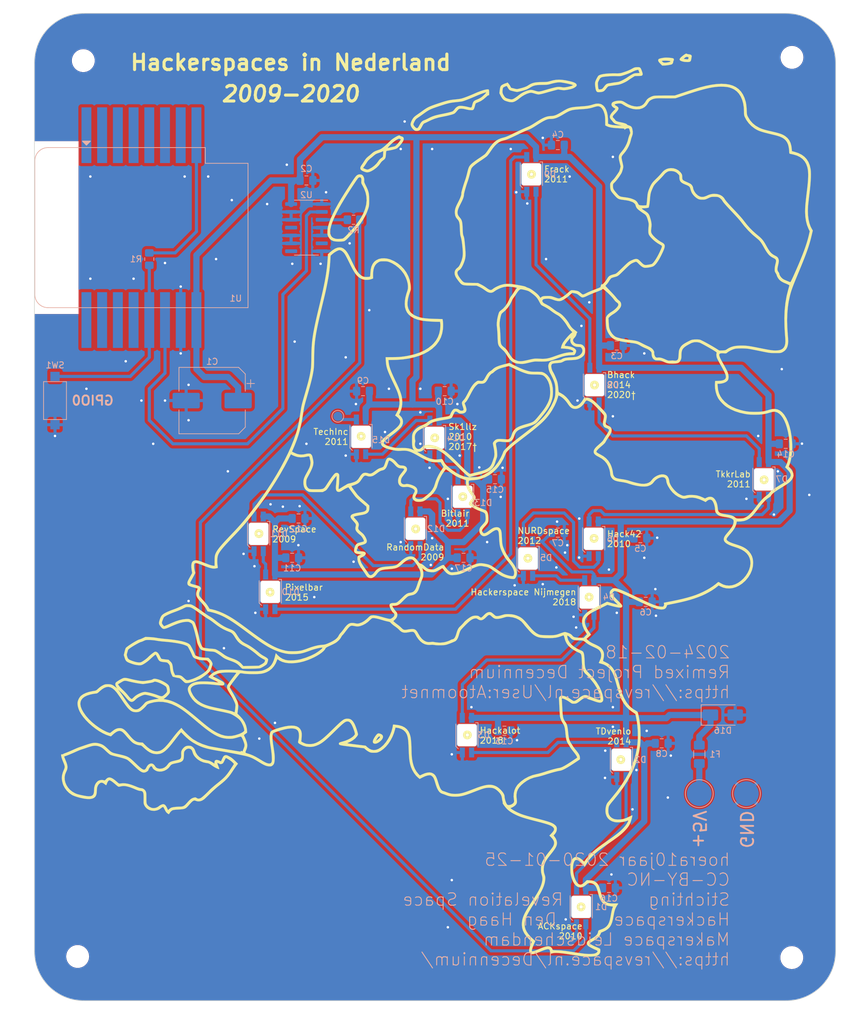
<source format=kicad_pcb>
(kicad_pcb (version 20221018) (generator pcbnew)
  (title_block (title "Project Decennium") (date "2024-02-18") (company "https://github.com/atoomnetmarc/Project-Decennium") (comment 1 "CC-BY-NC"))
  (layers (0 "F.Cu" signal) (31 "B.Cu" signal) (34 "B.Paste" user) (35 "F.Paste" user) (36 "B.SilkS" user "B.Silkscreen") (37 "F.SilkS" user "F.Silkscreen") (38 "B.Mask" user) (39 "F.Mask" user) (44 "Edge.Cuts" user))
  (net 0 "")
  (net 1 "GND")
  (net 2 "+5V")
  (net 3 "+3.3V")
  (net 15 "DOUT_3V")
  (net 16 "DOUT")
  (net 17 "Net-(D12-DOUT)")
  (net 18 "Net-(D13-DOUT)")
  (net 19 "Net-(D10-DIN)")
  (net 23 "Net-(U1-D3)")
  (net 24 "Net-(D10-DOUT)")
  (net 25 "Net-(D1-DOUT)")
  (net 26 "Net-(D11-DOUT)")
  (net 27 "Net-(D3-DOUT)")
  (net 28 "Net-(D2-DOUT)")
  (net 29 "Net-(D4-DOUT)")
  (net 30 "Net-(D5-DOUT)")
  (net 31 "Net-(D6-DOUT)")
  (net 32 "Net-(D7-DOUT)")
  (net 33 "Net-(D8-DOUT)")
  (net 34 "Net-(D14-DOUT)")
  (net 35 "Net-(R2-Pad1)")
  (net 36 "Net-(F1-Pad1)")
  (net 37 "Net-(D15-DOUT)")
  (footprint "hsnl:hsnl" (layer "F.Cu") (at 96.9899 108.6358)
    (fp_text reference "Ref**" hide)
    (fp_text value "Val**" hide)
    (fp_line (start -64.750532 -71.77547) (end -64.740201 -72.187069) (stroke (width 0.1)) (layer "Edge.Cuts"))
    (fp_line (start -64.750532 71.775465) (end -64.750532 -71.77547) (stroke (width 0.1)) (layer "Edge.Cuts"))
    (fp_line (start -64.740201 -72.187069) (end -64.709538 -72.593127) (stroke (width 0.1)) (layer "Edge.Cuts"))
    (fp_line (start -64.740201 72.187063) (end -64.750532 71.775465) (stroke (width 0.1)) (layer "Edge.Cuts"))
    (fp_line (start -64.709538 -72.593127) (end -64.659035 -72.993152) (stroke (width 0.1)) (layer "Edge.Cuts"))
    (fp_line (start -64.709538 72.593122) (end -64.740201 72.187063) (stroke (width 0.1)) (layer "Edge.Cuts"))
    (fp_line (start -64.659035 -72.993152) (end -64.589185 -73.386649) (stroke (width 0.1)) (layer "Edge.Cuts"))
    (fp_line (start -64.659035 72.993146) (end -64.709538 72.593122) (stroke (width 0.1)) (layer "Edge.Cuts"))
    (fp_line (start -64.589185 -73.386649) (end -64.500482 -73.773125) (stroke (width 0.1)) (layer "Edge.Cuts"))
    (fp_line (start -64.589185 73.386643) (end -64.659035 72.993146) (stroke (width 0.1)) (layer "Edge.Cuts"))
    (fp_line (start -64.500482 -73.773125) (end -64.39342 -74.152086) (stroke (width 0.1)) (layer "Edge.Cuts"))
    (fp_line (start -64.500482 73.77312) (end -64.589185 73.386643) (stroke (width 0.1)) (layer "Edge.Cuts"))
    (fp_line (start -64.39342 -74.152086) (end -64.268491 -74.52304) (stroke (width 0.1)) (layer "Edge.Cuts"))
    (fp_line (start -64.39342 74.152081) (end -64.500482 73.77312) (stroke (width 0.1)) (layer "Edge.Cuts"))
    (fp_line (start -64.268491 -74.52304) (end -64.126188 -74.885491) (stroke (width 0.1)) (layer "Edge.Cuts"))
    (fp_line (start -64.268491 74.523034) (end -64.39342 74.152081) (stroke (width 0.1)) (layer "Edge.Cuts"))
    (fp_line (start -64.126188 -74.885491) (end -63.967005 -75.238948) (stroke (width 0.1)) (layer "Edge.Cuts"))
    (fp_line (start -64.126188 74.885486) (end -64.268491 74.523034) (stroke (width 0.1)) (layer "Edge.Cuts"))
    (fp_line (start -63.967005 -75.238948) (end -63.791435 -75.582915) (stroke (width 0.1)) (layer "Edge.Cuts"))
    (fp_line (start -63.967005 75.238942) (end -64.126188 74.885486) (stroke (width 0.1)) (layer "Edge.Cuts"))
    (fp_line (start -63.791435 -75.582915) (end -63.599971 -75.9169) (stroke (width 0.1)) (layer "Edge.Cuts"))
    (fp_line (start -63.791435 75.582909) (end -63.967005 75.238942) (stroke (width 0.1)) (layer "Edge.Cuts"))
    (fp_line (start -63.599971 -75.9169) (end -63.393106 -76.240409) (stroke (width 0.1)) (layer "Edge.Cuts"))
    (fp_line (start -63.599971 75.916894) (end -63.791435 75.582909) (stroke (width 0.1)) (layer "Edge.Cuts"))
    (fp_line (start -63.393106 -76.240409) (end -63.171334 -76.552948) (stroke (width 0.1)) (layer "Edge.Cuts"))
    (fp_line (start -63.393106 76.240403) (end -63.599971 75.916894) (stroke (width 0.1)) (layer "Edge.Cuts"))
    (fp_line (start -63.171334 -76.552948) (end -62.935148 -76.854025) (stroke (width 0.1)) (layer "Edge.Cuts"))
    (fp_line (start -63.171334 76.552943) (end -63.393106 76.240403) (stroke (width 0.1)) (layer "Edge.Cuts"))
    (fp_line (start -62.935148 -76.854025) (end -62.685041 -77.143144) (stroke (width 0.1)) (layer "Edge.Cuts"))
    (fp_line (start -62.935148 76.854019) (end -63.171334 76.552943) (stroke (width 0.1)) (layer "Edge.Cuts"))
    (fp_line (start -62.685041 -77.143144) (end -62.421506 -77.419813) (stroke (width 0.1)) (layer "Edge.Cuts"))
    (fp_line (start -62.685041 77.143138) (end -62.935148 76.854019) (stroke (width 0.1)) (layer "Edge.Cuts"))
    (fp_line (start -62.421506 -77.419813) (end -62.145036 -77.683539) (stroke (width 0.1)) (layer "Edge.Cuts"))
    (fp_line (start -62.421506 77.419807) (end -62.685041 77.143138) (stroke (width 0.1)) (layer "Edge.Cuts"))
    (fp_line (start -62.145036 -77.683539) (end -61.856126 -77.933826) (stroke (width 0.1)) (layer "Edge.Cuts"))
    (fp_line (start -62.145036 77.683532) (end -62.421506 77.419807) (stroke (width 0.1)) (layer "Edge.Cuts"))
    (fp_line (start -61.856126 -77.933826) (end -61.555267 -78.170183) (stroke (width 0.1)) (layer "Edge.Cuts"))
    (fp_line (start -61.856126 77.93382) (end -62.145036 77.683532) (stroke (width 0.1)) (layer "Edge.Cuts"))
    (fp_line (start -61.555267 -78.170183) (end -61.242953 -78.392115) (stroke (width 0.1)) (layer "Edge.Cuts"))
    (fp_line (start -61.555267 78.170177) (end -61.856126 77.93382) (stroke (width 0.1)) (layer "Edge.Cuts"))
    (fp_line (start -61.242953 -78.392115) (end -60.919678 -78.599129) (stroke (width 0.1)) (layer "Edge.Cuts"))
    (fp_line (start -61.242953 78.392109) (end -61.555267 78.170177) (stroke (width 0.1)) (layer "Edge.Cuts"))
    (fp_line (start -60.919678 -78.599129) (end -60.585934 -78.790732) (stroke (width 0.1)) (layer "Edge.Cuts"))
    (fp_line (start -60.919678 78.599123) (end -61.242953 78.392109) (stroke (width 0.1)) (layer "Edge.Cuts"))
    (fp_line (start -60.585934 -78.790732) (end -60.242215 -78.966429) (stroke (width 0.1)) (layer "Edge.Cuts"))
    (fp_line (start -60.585934 78.790725) (end -60.919678 78.599123) (stroke (width 0.1)) (layer "Edge.Cuts"))
    (fp_line (start -60.242215 -78.966429) (end -59.889013 -79.125727) (stroke (width 0.1)) (layer "Edge.Cuts"))
    (fp_line (start -60.242215 78.966422) (end -60.585934 78.790725) (stroke (width 0.1)) (layer "Edge.Cuts"))
    (fp_line (start -59.889013 -79.125727) (end -59.526823 -79.268132) (stroke (width 0.1)) (layer "Edge.Cuts"))
    (fp_line (start -59.889013 79.12572) (end -60.242215 78.966422) (stroke (width 0.1)) (layer "Edge.Cuts"))
    (fp_line (start -59.526823 -79.268132) (end -59.156138 -79.393152) (stroke (width 0.1)) (layer "Edge.Cuts"))
    (fp_line (start -59.526823 79.268125) (end -59.889013 79.12572) (stroke (width 0.1)) (layer "Edge.Cuts"))
    (fp_line (start -59.156138 -79.393152) (end -58.77745 -79.500292) (stroke (width 0.1)) (layer "Edge.Cuts"))
    (fp_line (start -59.156138 79.393145) (end -59.526823 79.268125) (stroke (width 0.1)) (layer "Edge.Cuts"))
    (fp_line (start -58.77745 -79.500292) (end -58.391253 -79.589059) (stroke (width 0.1)) (layer "Edge.Cuts"))
    (fp_line (start -58.77745 79.500284) (end -59.156138 79.393145) (stroke (width 0.1)) (layer "Edge.Cuts"))
    (fp_line (start -58.391253 -79.589059) (end -57.99804 -79.658959) (stroke (width 0.1)) (layer "Edge.Cuts"))
    (fp_line (start -58.391253 79.589051) (end -58.77745 79.500284) (stroke (width 0.1)) (layer "Edge.Cuts"))
    (fp_line (start -57.99804 -79.658959) (end -57.598304 -79.709498) (stroke (width 0.1)) (layer "Edge.Cuts"))
    (fp_line (start -57.99804 79.658951) (end -58.391253 79.589051) (stroke (width 0.1)) (layer "Edge.Cuts"))
    (fp_line (start -57.598304 -79.709498) (end -57.192539 -79.740184) (stroke (width 0.1)) (layer "Edge.Cuts"))
    (fp_line (start -57.598304 79.709491) (end -57.99804 79.658951) (stroke (width 0.1)) (layer "Edge.Cuts"))
    (fp_line (start -57.192539 -79.740184) (end -56.781238 -79.750522) (stroke (width 0.1)) (layer "Edge.Cuts"))
    (fp_line (start -57.192539 79.740176) (end -57.598304 79.709491) (stroke (width 0.1)) (layer "Edge.Cuts"))
    (fp_line (start -56.781238 -79.750522) (end -56.781238 -79.750522) (stroke (width 0.1)) (layer "Edge.Cuts"))
    (fp_line (start -56.781238 -79.750522) (end -56.781238 -79.750522) (stroke (width 0.1)) (layer "Edge.Cuts"))
    (fp_line (start -56.781238 -79.750522) (end 56.781222 -79.750522) (stroke (width 0.1)) (layer "Edge.Cuts"))
    (fp_line (start -56.781238 79.750515) (end -57.192539 79.740176) (stroke (width 0.1)) (layer "Edge.Cuts"))
    (fp_line (start 56.781222 -79.750522) (end 57.192524 -79.740184) (stroke (width 0.1)) (layer "Edge.Cuts"))
    (fp_line (start 56.781222 79.750515) (end -56.781238 79.750515) (stroke (width 0.1)) (layer "Edge.Cuts"))
    (fp_line (start 57.192524 -79.740184) (end 57.598289 -79.709498) (stroke (width 0.1)) (layer "Edge.Cuts"))
    (fp_line (start 57.192524 79.740176) (end 56.781222 79.750515) (stroke (width 0.1)) (layer "Edge.Cuts"))
    (fp_line (start 57.598289 -79.709498) (end 57.998025 -79.658959) (stroke (width 0.1)) (layer "Edge.Cuts"))
    (fp_line (start 57.598289 79.709491) (end 57.192524 79.740176) (stroke (width 0.1)) (layer "Edge.Cuts"))
    (fp_line (start 57.998025 -79.658959) (end 58.391238 -79.589059) (stroke (width 0.1)) (layer "Edge.Cuts"))
    (fp_line (start 57.998025 79.658951) (end 57.598289 79.709491) (stroke (width 0.1)) (layer "Edge.Cuts"))
    (fp_line (start 58.391238 -79.589059) (end 58.777435 -79.500292) (stroke (width 0.1)) (layer "Edge.Cuts"))
    (fp_line (start 58.391238 79.589051) (end 57.998025 79.658951) (stroke (width 0.1)) (layer "Edge.Cuts"))
    (fp_line (start 58.777435 -79.500292) (end 59.156124 -79.393152) (stroke (width 0.1)) (layer "Edge.Cuts"))
    (fp_line (start 58.777435 79.500284) (end 58.391238 79.589051) (stroke (width 0.1)) (layer "Edge.Cuts"))
    (fp_line (start 59.156124 -79.393152) (end 59.526809 -79.268132) (stroke (width 0.1)) (layer "Edge.Cuts"))
    (fp_line (start 59.156124 79.393145) (end 58.777435 79.500284) (stroke (width 0.1)) (layer "Edge.Cuts"))
    (fp_line (start 59.526809 -79.268132) (end 59.888999 -79.125727) (stroke (width 0.1)) (layer "Edge.Cuts"))
    (fp_line (start 59.526809 79.268125) (end 59.156124 79.393145) (stroke (width 0.1)) (layer "Edge.Cuts"))
    (fp_line (start 59.888999 -79.125727) (end 60.242201 -78.966429) (stroke (width 0.1)) (layer "Edge.Cuts"))
    (fp_line (start 59.888999 79.12572) (end 59.526809 79.268125) (stroke (width 0.1)) (layer "Edge.Cuts"))
    (fp_line (start 60.242201 -78.966429) (end 60.58592 -78.790732) (stroke (width 0.1)) (layer "Edge.Cuts"))
    (fp_line (start 60.242201 78.966422) (end 59.888999 79.12572) (stroke (width 0.1)) (layer "Edge.Cuts"))
    (fp_line (start 60.58592 -78.790732) (end 60.919664 -78.599129) (stroke (width 0.1)) (layer "Edge.Cuts"))
    (fp_line (start 60.58592 78.790725) (end 60.242201 78.966422) (stroke (width 0.1)) (layer "Edge.Cuts"))
    (fp_line (start 60.919664 -78.599129) (end 61.24294 -78.392115) (stroke (width 0.1)) (layer "Edge.Cuts"))
    (fp_line (start 60.919664 78.599123) (end 60.58592 78.790725) (stroke (width 0.1)) (layer "Edge.Cuts"))
    (fp_line (start 61.24294 -78.392115) (end 61.555254 -78.170183) (stroke (width 0.1)) (layer "Edge.Cuts"))
    (fp_line (start 61.24294 78.392109) (end 60.919664 78.599123) (stroke (width 0.1)) (layer "Edge.Cuts"))
    (fp_line (start 61.555254 -78.170183) (end 61.856113 -77.933826) (stroke (width 0.1)) (layer "Edge.Cuts"))
    (fp_line (start 61.555254 78.170177) (end 61.24294 78.392109) (stroke (width 0.1)) (layer "Edge.Cuts"))
    (fp_line (start 61.856113 -77.933826) (end 62.145024 -77.683539) (stroke (width 0.1)) (layer "Edge.Cuts"))
    (fp_line (start 61.856113 77.93382) (end 61.555254 78.170177) (stroke (width 0.1)) (layer "Edge.Cuts"))
    (fp_line (start 62.145024 -77.683539) (end 62.421494 -77.419813) (stroke (width 0.1)) (layer "Edge.Cuts"))
    (fp_line (start 62.145024 77.683532) (end 61.856113 77.93382) (stroke (width 0.1)) (layer "Edge.Cuts"))
    (fp_line (start 62.421494 -77.419813) (end 62.685029 -77.143144) (stroke (width 0.1)) (layer "Edge.Cuts"))
    (fp_line (start 62.421494 77.419807) (end 62.145024 77.683532) (stroke (width 0.1)) (layer "Edge.Cuts"))
    (fp_line (start 62.685029 -77.143144) (end 62.935136 -76.854025) (stroke (width 0.1)) (layer "Edge.Cuts"))
    (fp_line (start 62.685029 77.143138) (end 62.421494 77.419807) (stroke (width 0.1)) (layer "Edge.Cuts"))
    (fp_line (start 62.935136 -76.854025) (end 63.171323 -76.552948) (stroke (width 0.1)) (layer "Edge.Cuts"))
    (fp_line (start 62.935136 76.854019) (end 62.685029 77.143138) (stroke (width 0.1)) (layer "Edge.Cuts"))
    (fp_line (start 63.171323 -76.552948) (end 63.393095 -76.240409) (stroke (width 0.1)) (layer "Edge.Cuts"))
    (fp_line (start 63.171323 76.552943) (end 62.935136 76.854019) (stroke (width 0.1)) (layer "Edge.Cuts"))
    (fp_line (start 63.393095 -76.240409) (end 63.59996 -75.9169) (stroke (width 0.1)) (layer "Edge.Cuts"))
    (fp_line (start 63.393095 76.240403) (end 63.171323 76.552943) (stroke (width 0.1)) (layer "Edge.Cuts"))
    (fp_line (start 63.59996 -75.9169) (end 63.791424 -75.582915) (stroke (width 0.1)) (layer "Edge.Cuts"))
    (fp_line (start 63.59996 75.916894) (end 63.393095 76.240403) (stroke (width 0.1)) (layer "Edge.Cuts"))
    (fp_line (start 63.791424 -75.582915) (end 63.966994 -75.238948) (stroke (width 0.1)) (layer "Edge.Cuts"))
    (fp_line (start 63.791424 75.582909) (end 63.59996 75.916894) (stroke (width 0.1)) (layer "Edge.Cuts"))
    (fp_line (start 63.966994 -75.238948) (end 64.126177 -74.885491) (stroke (width 0.1)) (layer "Edge.Cuts"))
    (fp_line (start 63.966994 75.238942) (end 63.791424 75.582909) (stroke (width 0.1)) (layer "Edge.Cuts"))
    (fp_line (start 64.126177 -74.885491) (end 64.26848 -74.52304) (stroke (width 0.1)) (layer "Edge.Cuts"))
    (fp_line (start 64.126177 74.885486) (end 63.966994 75.238942) (stroke (width 0.1)) (layer "Edge.Cuts"))
    (fp_line (start 64.26848 -74.52304) (end 64.39341 -74.152086) (stroke (width 0.1)) (layer "Edge.Cuts"))
    (fp_line (start 64.26848 74.523034) (end 64.126177 74.885486) (stroke (width 0.1)) (layer "Edge.Cuts"))
    (fp_line (start 64.39341 -74.152086) (end 64.500472 -73.773125) (stroke (width 0.1)) (layer "Edge.Cuts"))
    (fp_line (start 64.39341 74.152081) (end 64.26848 74.523034) (stroke (width 0.1)) (layer "Edge.Cuts"))
    (fp_line (start 64.500472 -73.773125) (end 64.589175 -73.386649) (stroke (width 0.1)) (layer "Edge.Cuts"))
    (fp_line (start 64.500472 73.77312) (end 64.39341 74.152081) (stroke (width 0.1)) (layer "Edge.Cuts"))
    (fp_line (start 64.589175 -73.386649) (end 64.659025 -72.993152) (stroke (width 0.1)) (layer "Edge.Cuts"))
    (fp_line (start 64.589175 73.386643) (end 64.500472 73.77312) (stroke (width 0.1)) (layer "Edge.Cuts"))
    (fp_line (start 64.659025 -72.993152) (end 64.709528 -72.593127) (stroke (width 0.1)) (layer "Edge.Cuts"))
    (fp_line (start 64.659025 72.993146) (end 64.589175 73.386643) (stroke (width 0.1)) (layer "Edge.Cuts"))
    (fp_line (start 64.709528 -72.593127) (end 64.740192 -72.187069) (stroke (width 0.1)) (layer "Edge.Cuts"))
    (fp_line (start 64.709528 72.593122) (end 64.659025 72.993146) (stroke (width 0.1)) (layer "Edge.Cuts"))
    (fp_line (start 64.740192 -72.187069) (end 64.750522 -71.77547) (stroke (width 0.1)) (layer "Edge.Cuts"))
    (fp_line (start 64.740192 72.187063) (end 64.709528 72.593122) (stroke (width 0.1)) (layer "Edge.Cuts"))
    (fp_line (start 64.750522 -71.77547) (end 64.750522 71.775465) (stroke (width 0.1)) (layer "Edge.Cuts"))
    (fp_line (start 64.750522 71.775465) (end 64.740192 72.187063) (stroke (width 0.1)) (layer "Edge.Cuts"))
  )
  (footprint "MountingHole:MountingHole_3.2mm_M3" (layer "F.Cu") (at 40.13708 36.52012)
    (fp_text reference "REF**" hide)
    (fp_text value "MountingHole_3.2mm_M3")
  )
  (footprint "MountingHole:MountingHole_3.2mm_M3" (layer "F.Cu") (at 154.68092 35.9918)
    (fp_text reference "REF**" hide)
    (fp_text value "MountingHole_3.2mm_M3")
  )
  (footprint "MountingHole:MountingHole_3.2mm_M3" (layer "F.Cu") (at 154.65044 181.42712)
    (fp_text reference "REF**" hide)
    (fp_text value "MountingHole_3.2mm_M3")
  )
  (footprint "MountingHole:MountingHole_3.2mm_M3" (layer "F.Cu") (at 39.22268 181.24932)
    (fp_text reference "REF**" hide)
    (fp_text value "MountingHole_3.2mm_M3")
  )
  (footprint "LED_SMD-extra:LED_SK6812MINI-E_3.2x2.8x1.78mm_P1.5mm" (layer "B.Cu") (at 93.81744 112.14608 90)
    (fp_text reference "D12")
    (fp_text value "SK6812MINI-E")
    (fp_line (start -1.8 1.2) (end -1.8 -1.2) (stroke (width 0.05)) (layer "Edge.Cuts"))
    (fp_line (start -1.4 -1.6) (end 1.4 -1.6) (stroke (width 0.05)) (layer "Edge.Cuts"))
    (fp_line (start -1.4 1.6) (end 1.4 1.6) (stroke (width 0.05)) (layer "Edge.Cuts"))
    (fp_line (start 1.8 1.2) (end 1.8 -1.2) (stroke (width 0.05)) (layer "Edge.Cuts"))
    (fp_arc (start -1.8 -1.2) (mid -1.682843 -1.482843) (end -1.4 -1.6) (stroke (width 0.05)) (layer "Edge.Cuts"))
    (fp_arc (start -1.4 1.6) (mid -1.682843 1.482843) (end -1.8 1.2) (stroke (width 0.05)) (layer "Edge.Cuts"))
    (fp_arc (start 1.4 -1.6) (mid 1.682843 -1.482843) (end 1.8 -1.2) (stroke (width 0.05)) (layer "Edge.Cuts"))
    (fp_arc (start 1.8 1.2) (mid 1.682843 1.482843) (end 1.4 1.6) (stroke (width 0.05)) (layer "Edge.Cuts"))
  )
  (footprint "LED_SMD-extra:LED_SK6812MINI-E_3.2x2.8x1.78mm_P1.5mm" (layer "B.Cu") (at 70.358 122.3391 90)
    (fp_text reference "D10")
    (fp_text value "SK6812MINI-E")
    (fp_line (start -1.8 1.2) (end -1.8 -1.2) (stroke (width 0.05)) (layer "Edge.Cuts"))
    (fp_line (start -1.4 -1.6) (end 1.4 -1.6) (stroke (width 0.05)) (layer "Edge.Cuts"))
    (fp_line (start -1.4 1.6) (end 1.4 1.6) (stroke (width 0.05)) (layer "Edge.Cuts"))
    (fp_line (start 1.8 1.2) (end 1.8 -1.2) (stroke (width 0.05)) (layer "Edge.Cuts"))
    (fp_arc (start -1.8 -1.2) (mid -1.682843 -1.482843) (end -1.4 -1.6) (stroke (width 0.05)) (layer "Edge.Cuts"))
    (fp_arc (start -1.4 1.6) (mid -1.682843 1.482843) (end -1.8 1.2) (stroke (width 0.05)) (layer "Edge.Cuts"))
    (fp_arc (start 1.4 -1.6) (mid 1.682843 -1.482843) (end 1.8 -1.2) (stroke (width 0.05)) (layer "Edge.Cuts"))
    (fp_arc (start 1.8 1.2) (mid 1.682843 1.482843) (end 1.4 1.6) (stroke (width 0.05)) (layer "Edge.Cuts"))
  )
  (footprint "LED_SMD-extra:LED_SK6812MINI-E_3.2x2.8x1.78mm_P1.5mm" (layer "B.Cu") (at 122.7591 88.9424 90)
    (fp_text reference "D8")
    (fp_text value "SK6812MINI-E")
    (fp_line (start -1.8 1.2) (end -1.8 -1.2) (stroke (width 0.05)) (layer "Edge.Cuts"))
    (fp_line (start -1.4 -1.6) (end 1.4 -1.6) (stroke (width 0.05)) (layer "Edge.Cuts"))
    (fp_line (start -1.4 1.6) (end 1.4 1.6) (stroke (width 0.05)) (layer "Edge.Cuts"))
    (fp_line (start 1.8 1.2) (end 1.8 -1.2) (stroke (width 0.05)) (layer "Edge.Cuts"))
    (fp_arc (start -1.8 -1.2) (mid -1.682843 -1.482843) (end -1.4 -1.6) (stroke (width 0.05)) (layer "Edge.Cuts"))
    (fp_arc (start -1.4 1.6) (mid -1.682843 1.482843) (end -1.8 1.2) (stroke (width 0.05)) (layer "Edge.Cuts"))
    (fp_arc (start 1.4 -1.6) (mid 1.682843 -1.482843) (end 1.8 -1.2) (stroke (width 0.05)) (layer "Edge.Cuts"))
    (fp_arc (start 1.8 1.2) (mid 1.682843 1.482843) (end 1.4 1.6) (stroke (width 0.05)) (layer "Edge.Cuts"))
  )
  (footprint "LED_SMD-extra:LED_SK6812MINI-E_3.2x2.8x1.78mm_P1.5mm" (layer "B.Cu") (at 122.6321 113.7709 90)
    (fp_text reference "D6")
    (fp_text value "SK6812MINI-E")
    (fp_line (start -1.8 1.2) (end -1.8 -1.2) (stroke (width 0.05)) (layer "Edge.Cuts"))
    (fp_line (start -1.4 -1.6) (end 1.4 -1.6) (stroke (width 0.05)) (layer "Edge.Cuts"))
    (fp_line (start -1.4 1.6) (end 1.4 1.6) (stroke (width 0.05)) (layer "Edge.Cuts"))
    (fp_line (start 1.8 1.2) (end 1.8 -1.2) (stroke (width 0.05)) (layer "Edge.Cuts"))
    (fp_arc (start -1.8 -1.2) (mid -1.682843 -1.482843) (end -1.4 -1.6) (stroke (width 0.05)) (layer "Edge.Cuts"))
    (fp_arc (start -1.4 1.6) (mid -1.682843 1.482843) (end -1.8 1.2) (stroke (width 0.05)) (layer "Edge.Cuts"))
    (fp_arc (start 1.4 -1.6) (mid 1.682843 -1.482843) (end 1.8 -1.2) (stroke (width 0.05)) (layer "Edge.Cuts"))
    (fp_arc (start 1.8 1.2) (mid 1.682843 1.482843) (end 1.4 1.6) (stroke (width 0.05)) (layer "Edge.Cuts"))
  )
  (footprint "LED_SMD-extra:LED_SK6812MINI-E_3.2x2.8x1.78mm_P1.5mm" (layer "B.Cu") (at 112.0149 116.9586 90)
    (fp_text reference "D5")
    (fp_text value "SK6812MINI-E")
    (fp_line (start -1.8 1.2) (end -1.8 -1.2) (stroke (width 0.05)) (layer "Edge.Cuts"))
    (fp_line (start -1.4 -1.6) (end 1.4 -1.6) (stroke (width 0.05)) (layer "Edge.Cuts"))
    (fp_line (start -1.4 1.6) (end 1.4 1.6) (stroke (width 0.05)) (layer "Edge.Cuts"))
    (fp_line (start 1.8 1.2) (end 1.8 -1.2) (stroke (width 0.05)) (layer "Edge.Cuts"))
    (fp_arc (start -1.8 -1.2) (mid -1.682843 -1.482843) (end -1.4 -1.6) (stroke (width 0.05)) (layer "Edge.Cuts"))
    (fp_arc (start -1.4 1.6) (mid -1.682843 1.482843) (end -1.8 1.2) (stroke (width 0.05)) (layer "Edge.Cuts"))
    (fp_arc (start 1.4 -1.6) (mid 1.682843 -1.482843) (end 1.8 -1.2) (stroke (width 0.05)) (layer "Edge.Cuts"))
    (fp_arc (start 1.8 1.2) (mid 1.682843 1.482843) (end 1.4 1.6) (stroke (width 0.05)) (layer "Edge.Cuts"))
  )
  (footprint "LED_SMD-extra:LED_SK6812MINI-E_3.2x2.8x1.78mm_P1.5mm" (layer "B.Cu") (at 102.147 145.4955 90)
    (fp_text reference "D3")
    (fp_text value "SK6812MINI-E")
    (fp_line (start -1.8 1.2) (end -1.8 -1.2) (stroke (width 0.05)) (layer "Edge.Cuts"))
    (fp_line (start -1.4 -1.6) (end 1.4 -1.6) (stroke (width 0.05)) (layer "Edge.Cuts"))
    (fp_line (start -1.4 1.6) (end 1.4 1.6) (stroke (width 0.05)) (layer "Edge.Cuts"))
    (fp_line (start 1.8 1.2) (end 1.8 -1.2) (stroke (width 0.05)) (layer "Edge.Cuts"))
    (fp_arc (start -1.8 -1.2) (mid -1.682843 -1.482843) (end -1.4 -1.6) (stroke (width 0.05)) (layer "Edge.Cuts"))
    (fp_arc (start -1.4 1.6) (mid -1.682843 1.482843) (end -1.8 1.2) (stroke (width 0.05)) (layer "Edge.Cuts"))
    (fp_arc (start 1.4 -1.6) (mid 1.682843 -1.482843) (end 1.8 -1.2) (stroke (width 0.05)) (layer "Edge.Cuts"))
    (fp_arc (start 1.8 1.2) (mid 1.682843 1.482843) (end 1.4 1.6) (stroke (width 0.05)) (layer "Edge.Cuts"))
  )
  (footprint "LED_SMD-extra:LED_SK6812MINI-E_3.2x2.8x1.78mm_P1.5mm" (layer "B.Cu") (at 96.9019 97.4641 90)
    (fp_text reference "D14")
    (fp_text value "SK6812MINI-E")
    (fp_line (start -1.8 1.2) (end -1.8 -1.2) (stroke (width 0.05)) (layer "Edge.Cuts"))
    (fp_line (start -1.4 -1.6) (end 1.4 -1.6) (stroke (width 0.05)) (layer "Edge.Cuts"))
    (fp_line (start -1.4 1.6) (end 1.4 1.6) (stroke (width 0.05)) (layer "Edge.Cuts"))
    (fp_line (start 1.8 1.2) (end 1.8 -1.2) (stroke (width 0.05)) (layer "Edge.Cuts"))
    (fp_arc (start -1.8 -1.2) (mid -1.682843 -1.482843) (end -1.4 -1.6) (stroke (width 0.05)) (layer "Edge.Cuts"))
    (fp_arc (start -1.4 1.6) (mid -1.682843 1.482843) (end -1.8 1.2) (stroke (width 0.05)) (layer "Edge.Cuts"))
    (fp_arc (start 1.4 -1.6) (mid 1.682843 -1.482843) (end 1.8 -1.2) (stroke (width 0.05)) (layer "Edge.Cuts"))
    (fp_arc (start 1.8 1.2) (mid 1.682843 1.482843) (end 1.4 1.6) (stroke (width 0.05)) (layer "Edge.Cuts"))
  )
  (footprint "LED_SMD-extra:LED_SK6812MINI-E_3.2x2.8x1.78mm_P1.5mm" (layer "B.Cu") (at 150.1394 104.17048 90)
    (fp_text reference "D7")
    (fp_text value "SK6812MINI-E")
    (fp_line (start -1.8 1.2) (end -1.8 -1.2) (stroke (width 0.05)) (layer "Edge.Cuts"))
    (fp_line (start -1.4 -1.6) (end 1.4 -1.6) (stroke (width 0.05)) (layer "Edge.Cuts"))
    (fp_line (start -1.4 1.6) (end 1.4 1.6) (stroke (width 0.05)) (layer "Edge.Cuts"))
    (fp_line (start 1.8 1.2) (end 1.8 -1.2) (stroke (width 0.05)) (layer "Edge.Cuts"))
    (fp_arc (start -1.8 -1.2) (mid -1.682843 -1.482843) (end -1.4 -1.6) (stroke (width 0.05)) (layer "Edge.Cuts"))
    (fp_arc (start -1.4 1.6) (mid -1.682843 1.482843) (end -1.8 1.2) (stroke (width 0.05)) (layer "Edge.Cuts"))
    (fp_arc (start 1.4 -1.6) (mid 1.682843 -1.482843) (end 1.8 -1.2) (stroke (width 0.05)) (layer "Edge.Cuts"))
    (fp_arc (start 1.8 1.2) (mid 1.682843 1.482843) (end 1.4 1.6) (stroke (width 0.05)) (layer "Edge.Cuts"))
  )
  (footprint "LED_SMD-extra:LED_SK6812MINI-E_3.2x2.8x1.78mm_P1.5mm" (layer "B.Cu") (at 121.92508 123.25604 90)
    (fp_text reference "D4")
    (fp_text value "SK6812MINI-E")
    (fp_line (start -1.8 1.2) (end -1.8 -1.2) (stroke (width 0.05)) (layer "Edge.Cuts"))
    (fp_line (start -1.4 -1.6) (end 1.4 -1.6) (stroke (width 0.05)) (layer "Edge.Cuts"))
    (fp_line (start -1.4 1.6) (end 1.4 1.6) (stroke (width 0.05)) (layer "Edge.Cuts"))
    (fp_line (start 1.8 1.2) (end 1.8 -1.2) (stroke (width 0.05)) (layer "Edge.Cuts"))
    (fp_arc (start -1.8 -1.2) (mid -1.682843 -1.482843) (end -1.4 -1.6) (stroke (width 0.05)) (layer "Edge.Cuts"))
    (fp_arc (start -1.4 1.6) (mid -1.682843 1.482843) (end -1.8 1.2) (stroke (width 0.05)) (layer "Edge.Cuts"))
    (fp_arc (start 1.4 -1.6) (mid 1.682843 -1.482843) (end 1.8 -1.2) (stroke (width 0.05)) (layer "Edge.Cuts"))
    (fp_arc (start 1.8 1.2) (mid 1.682843 1.482843) (end 1.4 1.6) (stroke (width 0.05)) (layer "Edge.Cuts"))
  )
  (footprint "LED_SMD-extra:LED_SK6812MINI-E_3.2x2.8x1.78mm_P1.5mm" (layer "B.Cu") (at 120.6128 173.2323 90)
    (fp_text reference "D1")
    (fp_text value "SK6812MINI-E")
    (fp_line (start -1.8 1.2) (end -1.8 -1.2) (stroke (width 0.05)) (layer "Edge.Cuts"))
    (fp_line (start -1.4 -1.6) (end 1.4 -1.6) (stroke (width 0.05)) (layer "Edge.Cuts"))
    (fp_line (start -1.4 1.6) (end 1.4 1.6) (stroke (width 0.05)) (layer "Edge.Cuts"))
    (fp_line (start 1.8 1.2) (end 1.8 -1.2) (stroke (width 0.05)) (layer "Edge.Cuts"))
    (fp_arc (start -1.8 -1.2) (mid -1.682843 -1.482843) (end -1.4 -1.6) (stroke (width 0.05)) (layer "Edge.Cuts"))
    (fp_arc (start -1.4 1.6) (mid -1.682843 1.482843) (end -1.8 1.2) (stroke (width 0.05)) (layer "Edge.Cuts"))
    (fp_arc (start 1.4 -1.6) (mid 1.682843 -1.482843) (end 1.8 -1.2) (stroke (width 0.05)) (layer "Edge.Cuts"))
    (fp_arc (start 1.8 1.2) (mid 1.682843 1.482843) (end 1.4 1.6) (stroke (width 0.05)) (layer "Edge.Cuts"))
  )
  (footprint "LED_SMD-extra:LED_SK6812MINI-E_3.2x2.8x1.78mm_P1.5mm" (layer "B.Cu") (at 85.0274 97.299 90)
    (fp_text reference "D15")
    (fp_text value "SK6812MINI-E")
    (fp_line (start -1.8 1.2) (end -1.8 -1.2) (stroke (width 0.05)) (layer "Edge.Cuts"))
    (fp_line (start -1.4 -1.6) (end 1.4 -1.6) (stroke (width 0.05)) (layer "Edge.Cuts"))
    (fp_line (start -1.4 1.6) (end 1.4 1.6) (stroke (width 0.05)) (layer "Edge.Cuts"))
    (fp_line (start 1.8 1.2) (end 1.8 -1.2) (stroke (width 0.05)) (layer "Edge.Cuts"))
    (fp_arc (start -1.8 -1.2) (mid -1.682843 -1.482843) (end -1.4 -1.6) (stroke (width 0.05)) (layer "Edge.Cuts"))
    (fp_arc (start -1.4 1.6) (mid -1.682843 1.482843) (end -1.8 1.2) (stroke (width 0.05)) (layer "Edge.Cuts"))
    (fp_arc (start 1.4 -1.6) (mid 1.682843 -1.482843) (end 1.8 -1.2) (stroke (width 0.05)) (layer "Edge.Cuts"))
    (fp_arc (start 1.8 1.2) (mid 1.682843 1.482843) (end 1.4 1.6) (stroke (width 0.05)) (layer "Edge.Cuts"))
  )
  (footprint "LED_SMD-extra:LED_SK6812MINI-E_3.2x2.8x1.78mm_P1.5mm" (layer "B.Cu") (at 68.4775 112.9708 90)
    (fp_text reference "D11")
    (fp_text value "SK6812MINI-E")
    (fp_line (start -1.8 1.2) (end -1.8 -1.2) (stroke (width 0.05)) (layer "Edge.Cuts"))
    (fp_line (start -1.4 -1.6) (end 1.4 -1.6) (stroke (width 0.05)) (layer "Edge.Cuts"))
    (fp_line (start -1.4 1.6) (end 1.4 1.6) (stroke (width 0.05)) (layer "Edge.Cuts"))
    (fp_line (start 1.8 1.2) (end 1.8 -1.2) (stroke (width 0.05)) (layer "Edge.Cuts"))
    (fp_arc (start -1.8 -1.2) (mid -1.682843 -1.482843) (end -1.4 -1.6) (stroke (width 0.05)) (layer "Edge.Cuts"))
    (fp_arc (start -1.4 1.6) (mid -1.682843 1.482843) (end -1.8 1.2) (stroke (width 0.05)) (layer "Edge.Cuts"))
    (fp_arc (start 1.4 -1.6) (mid 1.682843 -1.482843) (end 1.8 -1.2) (stroke (width 0.05)) (layer "Edge.Cuts"))
    (fp_arc (start 1.8 1.2) (mid 1.682843 1.482843) (end 1.4 1.6) (stroke (width 0.05)) (layer "Edge.Cuts"))
  )
  (footprint "LED_SMD-extra:LED_SK6812MINI-E_3.2x2.8x1.78mm_P1.5mm" (layer "B.Cu") (at 101.4485 106.9764 90)
    (fp_text reference "D13")
    (fp_text value "SK6812MINI-E")
    (fp_line (start -1.8 1.2) (end -1.8 -1.2) (stroke (width 0.05)) (layer "Edge.Cuts"))
    (fp_line (start -1.4 -1.6) (end 1.4 -1.6) (stroke (width 0.05)) (layer "Edge.Cuts"))
    (fp_line (start -1.4 1.6) (end 1.4 1.6) (stroke (width 0.05)) (layer "Edge.Cuts"))
    (fp_line (start 1.8 1.2) (end 1.8 -1.2) (stroke (width 0.05)) (layer "Edge.Cuts"))
    (fp_arc (start -1.8 -1.2) (mid -1.682843 -1.482843) (end -1.4 -1.6) (stroke (width 0.05)) (layer "Edge.Cuts"))
    (fp_arc (start -1.4 1.6) (mid -1.682843 1.482843) (end -1.8 1.2) (stroke (width 0.05)) (layer "Edge.Cuts"))
    (fp_arc (start 1.4 -1.6) (mid 1.682843 -1.482843) (end 1.8 -1.2) (stroke (width 0.05)) (layer "Edge.Cuts"))
    (fp_arc (start 1.8 1.2) (mid 1.682843 1.482843) (end 1.4 1.6) (stroke (width 0.05)) (layer "Edge.Cuts"))
  )
  (footprint "LED_SMD-extra:LED_SK6812MINI-E_3.2x2.8x1.78mm_P1.5mm" (layer "B.Cu") (at 112.5592 54.8937 90)
    (fp_text reference "D9")
    (fp_text value "SK6812MINI-E")
    (fp_line (start -1.8 1.2) (end -1.8 -1.2) (stroke (width 0.05)) (layer "Edge.Cuts"))
    (fp_line (start -1.4 -1.6) (end 1.4 -1.6) (stroke (width 0.05)) (layer "Edge.Cuts"))
    (fp_line (start -1.4 1.6) (end 1.4 1.6) (stroke (width 0.05)) (layer "Edge.Cuts"))
    (fp_line (start 1.8 1.2) (end 1.8 -1.2) (stroke (width 0.05)) (layer "Edge.Cuts"))
    (fp_arc (start -1.8 -1.2) (mid -1.682843 -1.482843) (end -1.4 -1.6) (stroke (width 0.05)) (layer "Edge.Cuts"))
    (fp_arc (start -1.4 1.6) (mid -1.682843 1.482843) (end -1.8 1.2) (stroke (width 0.05)) (layer "Edge.Cuts"))
    (fp_arc (start 1.4 -1.6) (mid 1.682843 -1.482843) (end 1.8 -1.2) (stroke (width 0.05)) (layer "Edge.Cuts"))
    (fp_arc (start 1.8 1.2) (mid 1.682843 1.482843) (end 1.4 1.6) (stroke (width 0.05)) (layer "Edge.Cuts"))
  )
  (footprint "LED_SMD-extra:LED_SK6812MINI-E_3.2x2.8x1.78mm_P1.5mm" (layer "B.Cu") (at 127.1152 149.4579 90)
    (fp_text reference "D2")
    (fp_text value "SK6812MINI-E")
    (fp_line (start -1.8 1.2) (end -1.8 -1.2) (stroke (width 0.05)) (layer "Edge.Cuts"))
    (fp_line (start -1.4 -1.6) (end 1.4 -1.6) (stroke (width 0.05)) (layer "Edge.Cuts"))
    (fp_line (start -1.4 1.6) (end 1.4 1.6) (stroke (width 0.05)) (layer "Edge.Cuts"))
    (fp_line (start 1.8 1.2) (end 1.8 -1.2) (stroke (width 0.05)) (layer "Edge.Cuts"))
    (fp_arc (start -1.8 -1.2) (mid -1.682843 -1.482843) (end -1.4 -1.6) (stroke (width 0.05)) (layer "Edge.Cuts"))
    (fp_arc (start -1.4 1.6) (mid -1.682843 1.482843) (end -1.8 1.2) (stroke (width 0.05)) (layer "Edge.Cuts"))
    (fp_arc (start 1.4 -1.6) (mid 1.682843 -1.482843) (end 1.8 -1.2) (stroke (width 0.05)) (layer "Edge.Cuts"))
    (fp_arc (start 1.8 1.2) (mid 1.682843 1.482843) (end 1.4 1.6) (stroke (width 0.05)) (layer "Edge.Cuts"))
  )
  (footprint "hsnl:revspace_logo" (layer "B.Cu") (at 71.12 173.22292 180)
    (fp_text reference "Ref**" hide)
    (fp_text value "Val**" hide)
  )
  (footprint "Capacitor_SMD:C_0805_2012Metric_Pad1.18x1.45mm_HandSolder" (layer "B.Cu") (at 153.67 98.425)
    (fp_text reference "C14")
    (fp_text value "100n")
  )
  (footprint "Capacitor_SMD:C_0805_2012Metric_Pad1.18x1.45mm_HandSolder" (layer "B.Cu") (at 133.6255 146.812)
    (fp_text reference "C8")
    (fp_text value "100n")
  )
  (footprint "Fuse:Fuse_1206_3216Metric_Pad1.42x1.75mm_HandSolder" (layer "B.Cu") (at 139.7 148.59 90)
    (fp_text reference "F1")
    (fp_text value "0.25A polyfuse")
  )
  (footprint "Capacitor_SMD:C_0805_2012Metric_Pad1.18x1.45mm_HandSolder" (layer "B.Cu") (at 116.84 112.776)
    (fp_text reference "C7")
    (fp_text value "100n")
  )
  (footprint "Capacitor_SMD:C_0805_2012Metric_Pad1.18x1.45mm_HandSolder" (layer "B.Cu") (at 130.175 113.665)
    (fp_text reference "C5")
    (fp_text value "100n")
  )
  (footprint "Resistor_SMD:R_0805_2012Metric_Pad1.20x1.40mm_HandSolder" (layer "B.Cu") (at 50.8 68.58 90)
    (fp_text reference "R1")
    (fp_text value "10K")
  )
  (footprint "Capacitor_SMD:CP_Elec_10x10.5" (layer "B.Cu") (at 60.96 91.44 180)
    (fp_text reference "C1")
    (fp_text value "16V 470uF")
  )
  (footprint "Capacitor_SMD:C_0805_2012Metric_Pad1.18x1.45mm_HandSolder" (layer "B.Cu") (at 73.8925 116.84)
    (fp_text reference "C11")
    (fp_text value "100n")
  )
  (footprint "Capacitor_SMD:C_0805_2012Metric_Pad1.18x1.45mm_HandSolder" (layer "B.Cu") (at 125.095 170.18)
    (fp_text reference "C16")
    (fp_text value "100n")
  )
  (footprint "Capacitor_SMD:C_0805_2012Metric_Pad1.18x1.45mm_HandSolder" (layer "B.Cu") (at 76.2 55.88)
    (fp_text reference "C2")
    (fp_text value "100n")
  )
  (footprint "Capacitor_SMD:C_0805_2012Metric_Pad1.18x1.45mm_HandSolder" (layer "B.Cu") (at 98.552 89.916)
    (fp_text reference "C10")
    (fp_text value "100n")
  )
  (footprint "Resistor_SMD:R_0805_2012Metric_Pad1.20x1.40mm_HandSolder" (layer "B.Cu") (at 83.82 62.23)
    (fp_text reference "R2")
    (fp_text value "100R")
  )
  (footprint "Button_Switch_SMD:SW_SPST_CK_RS282G05A3" (layer "B.Cu") (at 35.56 91.44 90)
    (fp_text reference "SW1")
    (fp_text value "SW_Push")
  )
  (footprint "Package_SO:SOIC-14_3.9x8.7mm_P1.27mm" (layer "B.Cu") (at 76.2 63.5 180)
    (fp_text reference "U2")
    (fp_text value "74AHCT125D")
  )
  (footprint "TestPoint:TestPoint_Pad_D4.0mm" (layer "B.Cu") (at 139.7 154.94 180)
    (fp_text reference "TP1" hide)
    (fp_text value "TestPoint")
  )
  (footprint "Capacitor_SMD:C_0805_2012Metric_Pad1.18x1.45mm_HandSolder" (layer "B.Cu") (at 106.68 104.14)
    (fp_text reference "C15")
    (fp_text value "100n")
  )
  (footprint "Module-extra:WEMOS_D1_mini_smt_hack" (layer "B.Cu") (at 40.64 52.07 -90)
    (fp_text reference "U1")
    (fp_text value "Wemos D1 mini usb-c")
  )
  (footprint "TestPoint:TestPoint_Pad_D1.5mm" (layer "B.Cu") (at 81.28 93.98 180)
    (fp_text reference "TP3" hide)
    (fp_text value "TestPoint")
  )
  (footprint "Capacitor_SMD:C_0805_2012Metric_Pad1.18x1.45mm_HandSolder" (layer "B.Cu") (at 131.0425 123.952)
    (fp_text reference "C6")
    (fp_text value "100n")
  )
  (footprint "Diode_SMD:D_SMA" (layer "B.Cu") (at 143.51 142.24)
    (fp_text reference "D16")
    (fp_text value "SS34")
  )
  (footprint "Capacitor_SMD:C_0805_2012Metric_Pad1.18x1.45mm_HandSolder" (layer "B.Cu") (at 116.84 50.165 180)
    (fp_text reference "C4")
    (fp_text value "100n")
  )
  (footprint "Capacitor_SMD:C_0805_2012Metric_Pad1.18x1.45mm_HandSolder" (layer "B.Cu") (at 101.6 116.84)
    (fp_text reference "C17")
    (fp_text value "100n")
  )
  (footprint "Capacitor_SMD:C_0805_2012Metric_Pad1.18x1.45mm_HandSolder" (layer "B.Cu") (at 74.93 110.49)
    (fp_text reference "C12")
    (fp_text value "100n")
  )
  (footprint "Capacitor_SMD:C_0805_2012Metric_Pad1.18x1.45mm_HandSolder" (layer "B.Cu") (at 85.344 89.916 180)
    (fp_text reference "C9")
    (fp_text value "100n")
  )
  (footprint "Capacitor_SMD:C_0805_2012Metric_Pad1.18x1.45mm_HandSolder" (layer "B.Cu") (at 126.365 82.55)
    (fp_text reference "C3")
    (fp_text value "100n")
  )
  (footprint "Capacitor_SMD:C_0805_2012Metric_Pad1.18x1.45mm_HandSolder" (layer "B.Cu") (at 108.204 144.78)
    (fp_text reference "C13")
    (fp_text value "100n")
  )
  (footprint "TestPoint:TestPoint_Pad_D4.0mm" (layer "B.Cu") (at 147.32 154.94 180)
    (fp_text reference "TP2" hide)
    (fp_text value "TestPoint")
  )
  (gr_text "GPIO0" (at 38.1 91.44) (layer "B.SilkS") (effects (font (size 1.5 1.5) (thickness 0.3) bold) (justify right mirror)))
  (gr_text "GND" (at 147.32 157.48 270) (layer "B.SilkS") (effects (font (size 2 2) (thickness 0.3)) (justify right mirror)))
  (gr_text "hoera10jaar 2020-01-25\nCC-BY-NC\nStichting         Revelation Space\nHackerspace      Den Haag\nMakerspace Leidschendam\nhttps://revspace.nl/Decennium/\n" (at 144.78 182.88) (layer "B.SilkS") (effects (font (size 2 2)) (justify left bottom mirror)))
  (gr_text "+5V" (at 139.7 157.48 -90) (layer "B.SilkS") (effects (font (size 2 2) (thickness 0.3)) (justify right mirror)))
  (gr_text "2024-02-18\nRemixed Project Decennium\nhttps://revspace.nl/User:Atoomnet" (at 144.78 139.7) (layer "B.SilkS") (effects (font (size 2 2)) (justify left bottom mirror)))
  (gr_text "RevSpace\n2009" (at 70.612 113.03) (layer "F.SilkS") (effects (font (size 1 1)) (justify left)))
  (gr_text "Hack42\n2010" (at 124.714 113.792) (layer "F.SilkS") (effects (font (size 1 1)) (justify left)))
  (gr_text "Hackalot\n2018" (at 104.14 145.542) (layer "F.SilkS") (effects (font (size 1 1)) (justify left)))
  (gr_text "Hackerspaces in Nederland" (at 73.66 36.83) (layer "F.SilkS") (effects (font (size 2.5 2.5) (thickness 0.5) bold)))
  (gr_text "TkkrLab\n2011" (at 148.082 104.14) (layer "F.SilkS") (effects (font (size 1 1)) (justify right)))
  (gr_text "Frack\n2011" (at 114.554 54.864) (layer "F.SilkS") (effects (font (size 1 1)) (justify left)))
  (gr_text "Hackerspace Nijmegen\n2018" (at 119.888 123.19) (layer "F.SilkS") (effects (font (size 1 1)) (justify right)))
  (gr_text "Pixelbar\n2015" (at 72.644 122.428) (layer "F.SilkS") (effects (font (size 1 1)) (justify left)))
  (gr_text "ACKspace\n2010" (at 120.904 175.768) (layer "F.SilkS") (effects (font (size 1 1)) (justify right top)))
  (gr_text "Sk1llz\n2010\n2017†" (at 99.06 97.282) (layer "F.SilkS") (effects (font (size 1 1)) (justify left)))
  (gr_text "NURDspace\n2012" (at 110.236 113.284) (layer "F.SilkS") (effects (font (size 1 1)) (justify left)))
  (gr_text "2009-2020" (at 73.66 41.91) (layer "F.SilkS") (effects (font (size 2.5 2.5) (thickness 0.5) bold italic)))
  (gr_text "RandomData\n2009" (at 98.552 114.554) (layer "F.SilkS") (effects (font (size 1 1)) (justify right top)))
  (gr_text "Bhack\n2014\n2020†" (at 124.714 88.9) (layer "F.SilkS") (effects (font (size 1 1)) (justify left)))
  (gr_text "Bitlair\n2011" (at 102.616 109.093) (layer "F.SilkS") (effects (font (size 1 1)) (justify right top)))
  (gr_text "TechInc\n2011" (at 83.058 97.282) (layer "F.SilkS") (effects (font (size 1 1)) (justify right)))
  (gr_text "TDvenlo\n2014" (at 128.778 147.066) (layer "F.SilkS") (effects (font (size 1 1)) (justify right bottom)))
  (via (at 73.914 69.342) (size 0.8) (drill 0.4) (layers "F.Cu" "B.Cu") (net 1))
  (via (at 116.713 110.998) (size 0.8) (drill 0.4) (layers "F.Cu" "B.Cu") (net 1))
  (via (at 151.765 109.855) (size 0.8) (drill 0.4) (layers "F.Cu" "B.Cu") (net 1))
  (via (at 69.85 59.69) (size 0.8) (drill 0.4) (layers "F.Cu" "B.Cu") (net 1))
  (via (at 99.695 148.59) (size 0.8) (drill 0.4) (layers "F.Cu" "B.Cu") (net 1))
  (via (at 124.46 152.4) (size 0.8) (drill 0.4) (layers "F.Cu" "B.Cu") (net 1))
  (via (at 61.595 68.58) (size 0.8) (drill 0.4) (layers "F.Cu" "B.Cu") (net 1))
  (via (at 41.275 55.245) (size 0.8) (drill 0.4) (layers "F.Cu" "B.Cu") (net 1))
  (via (at 147.32 107.315) (size 0.8) (drill 0.4) (layers "F.Cu" "B.Cu") (net 1))
  (via (at 119.8 128.1) (size 0.8) (drill 0.4) (layers "F.Cu" "B.Cu") (net 1))
  (via (at 73.025 53.34) (size 0.8) (drill 0.4) (layers "F.Cu" "B.Cu") (net 1))
  (via (at 107.6 107) (size 0.8) (drill 0.4) (layers "F.Cu" "B.Cu") (net 1))
  (via (at 67.8 118.2) (size 0.8) (drill 0.4) (layers "F.Cu" "B.Cu") (net 1))
  (via (at 135.1 148.8) (size 0.8) (drill 0.4) (layers "F.Cu" "B.Cu") (net 1))
  (via (at 70.4 108.2) (size 0.8) (drill 0.4) (layers "F.Cu" "B.Cu") (net 1))
  (via (at 60.325 55.245) (size 0.8) (drill 0.4) (layers "F.Cu" "B.Cu") (net 1))
  (via (at 114.935 68.58) (size 0.8) (drill 0.4) (layers "F.Cu" "B.Cu") (net 1))
  (via (at 51.435 98.425) (size 0.8) (drill 0.4) (layers "F.Cu" "B.Cu") (net 1))
  (via (at 66.04 116.205) (size 0.8) (drill 0.4) (layers "F.Cu" "B.Cu") (net 1))
  (via (at 56.515 55.245) (size 0.8) (drill 0.4) (layers "F.Cu" "B.Cu") (net 1))
  (via (at 57.15 94.615) (size 0.8) (drill 0.4) (layers "F.Cu" "B.Cu") (net 1))
  (via (at 76.2 98.425) (size 0.8) (drill 0.4) (layers "F.Cu" "B.Cu") (net 1))
  (via (at 125.73 144.145) (size 0.8) (drill 0.4) (layers "F.Cu" "B.Cu") (net 1))
  (via (at 118.745 55.245) (size 0.8) (drill 0.4) (layers "F.Cu" "B.Cu") (net 1))
  (via (at 46.99 85.09) (size 0.8) (drill 0.4) (layers "F.Cu" "B.Cu") (net 1))
  (via (at 130.81 116.84) (size 0.8) (drill 0.4) (layers "F.Cu" "B.Cu") (net 1))
  (via (at 118 116) (size 0.8) (drill 0.4) (layers "F.Cu" "B.Cu") (net 1))
  (via (at 149.225 97.155) (size 0.8) (drill 0.4) (layers "F.Cu" "B.Cu") (net 1))
  (via (at 72.39 108.585) (size 0.8) (drill 0.4) (layers "F.Cu" "B.Cu") (net 1))
  (via (at 118.11 175.26) (size 0.8) (drill 0.4) (layers "F.Cu" "B.Cu") (net 1))
  (via (at 100.6 92) (size 0.8) (drill 0.4) (layers "F.Cu" "B.Cu") (net 1))
  (via (at 114.4 121.1) (size 0.8) (drill 0.4) (layers "F.Cu" "B.Cu") (net 1))
  (via (at 35.56 97.155) (size 0.8) (drill 0.4) (layers "F.Cu" "B.Cu") (net 1))
  (via (at 67.945 125.73) (size 0.8) (drill 0.4) (layers "F.Cu" "B.Cu") (net 1))
  (via (at 40.64 89.535) (size 0.8) (drill 0.4) (layers "F.Cu" "B.Cu") (net 1))
  (via (at 125.73 93.98) (size 0.8) (drill 0.4) (layers "F.Cu" "B.Cu") (net 1))
  (via (at 116.6 118.4) (size 0.8) (drill 0.4) (layers "F.Cu" "B.Cu") (net 1))
  (via (at 105.41 114.3) (size 0.8) (drill 0.4) (layers "F.Cu" "B.Cu") (net 1))
  (via (at 125.73 140.97) (size 0.8) (drill 0.4) (layers "F.Cu" "B.Cu") (net 1))
  (via (at 132.7 126.2) (size 0.8) (drill 0.4) (layers "F.Cu" "B.Cu") (net 1))
  (via (at 64.135 59.055) (size 0.8) (drill 0.4) (layers "F.Cu" "B.Cu") (net 1))
  (via (at 156.3 98.4) (size 0.8) (drill 0.4) (layers "F.Cu" "B.Cu") (net 1))
  (via (at 152.4 102.87) (size 0.8) (drill 0.4) (layers "F.Cu" "B.Cu") (net 1))
  (via (at 118.364 114.808) (size 0.8) (drill 0.4) (layers "F.Cu" "B.Cu") (net 1))
  (via (at 84.2 92) (size 0.8) (drill 0.4) (layers "F.Cu" "B.Cu") (net 1))
  (via (at 83.185 66.04) (size 0.8) (drill 0.4) (layers "F.Cu" "B.Cu") (net 1))
  (via (at 91.44 114.3) (size 0.8) (drill 0.4) (layers "F.Cu" "B.Cu") (net 1))
  (via (at 99.06 107.315) (size 0.8) (drill 0.4) (layers "F.Cu" "B.Cu") (net 1))
  (via (at 86.36 76.835) (size 0.8) (drill 0.4) (layers "F.Cu" "B.Cu") (net 1))
  (via (at 104.14 102.235) (size 0.8) (drill 0.4) (layers "F.Cu" "B.Cu") (net 1))
  (via (at 57.15 123.825) (size 0.8) (drill 0.4) (layers "F.Cu" "B.Cu") (net 1))
  (via (at 63.5 102.87) (size 0.8) (drill 0.4) (layers "F.Cu" "B.Cu") (net 1))
  (via (at 48.26 71.755) (size 0.8) (drill 0.4) (layers "F.Cu" "B.Cu") (net 1))
  (via (at 94.615 98.425) (size 0.8) (drill 0.4) (layers "F.Cu" "B.Cu") (net 1))
  (via (at 131.2 144.8) (size 0.8) (drill 0.4) (layers "F.Cu" "B.Cu") (net 1))
  (via (at 120.015 91.44) (size 0.8) (drill 0.4) (layers "F.Cu" "B.Cu") (net 1))
  (via (at 99.7 118.6) (size 0.8) (drill 0.4) (layers "F.Cu" "B.Cu") (net 1))
  (via (at 57.15 88.9) (size 0.8) (drill 0.4) (layers "F.Cu" "B.Cu") (net 1))
  (via (at 134.62 155.575) (size 0.8) (drill 0.4) (layers "F.Cu" "B.Cu") (net 1))
  (via (at 78.486 69.342) (size 0.8) (drill 0.4) (layers "F.Cu" "B.Cu") (net 1))
  (via (at 74.9 114.8) (size 0.8) (drill 0.4) (layers "F.Cu" "B.Cu") (net 1))
  (via (at 130.81 83.82) (size 0.8) (drill 0.4) (layers "F.Cu" "B.Cu") (net 1))
  (via (at 41.275 71.755) (size 0.8) (drill 0.4) (layers "F.Cu" "B.Cu") (net 1))
  (via (at 96.52 113.665) (size 0.8) (drill 0.4) (layers "F.Cu" "B.Cu") (net 1))
  (via (at 125.73 52.07) (size 0.8) (drill 0.4) (layers "F.Cu" "B.Cu") (net 1))
  (via (at 120.3 110.5) (size 0.8) (drill 0.4) (layers "F.Cu" "B.Cu") (net 1))
  (via (at 121.92 75.565) (size 0.8) (drill 0.4) (layers "F.Cu" "B.Cu") (net 1))
  (via (at 120.28 116.801852) (size 0.8) (drill 0.4) (layers "F.Cu" "B.Cu") (net 1))
  (via (at 74.295 81.915) (size 0.8) (drill 0.4) (layers "F.Cu" "B.Cu") (net 1))
  (via (at 77.47 123.19) (size 0.8) (drill 0.4) (layers "F.Cu" "B.Cu") (net 1))
  (via (at 82.55 84.455) (size 0.8) (drill 0.4) (layers "F.Cu" "B.Cu") (net 1))
  (via (at 88.9 96.52) (size 0.8) (drill 0.4) (layers "F.Cu" "B.Cu") (net 1))
  (via (at 153.035 86.36) (size 0.8) (drill 0.4) (layers "F.Cu" "B.Cu") (net 1))
  (via (at 68.58 146.05) (size 0.8) (drill 0.4) (layers "F.Cu" "B.Cu") (net 1))
  (via (at 125.095 118.745) (size 0.8) (drill 0.4) (layers "F.Cu" "B.Cu") (net 1))
  (via (at 132.9 113.6) (size 0.8) (drill 0.4) (layers "F.Cu" "B.Cu") (net 1))
  (via (at 62.865 131.445) (size 0.8) (drill 0.4) (layers "F.Cu" "B.Cu") (net 1))
  (via (at 71.12 143.51) (size 0.8) (drill 0.4) (layers "F.Cu" "B.Cu") (net 1))
  (via (at 96.52 50.8) (size 0.8) (drill 0.4) (layers "F.Cu" "B.Cu") (net 1))
  (via (at 99.06 176.53) (size 0.8) (drill 0.4) (layers "F.Cu" "B.Cu") (net 1))
  (via (at 91.44 50.8) (size 0.8) (drill 0.4) (layers "F.Cu" "B.Cu") (net 1))
  (via (at 94.615 89.535) (size 0.8) (drill 0.4) (layers "F.Cu" "B.Cu") (net 1))
  (via (at 157.48 106.68) (size 0.8) (drill 0.4) (layers "F.Cu" "B.Cu") (net 1))
  (via (at 100.965 100.33) (size 0.8) (drill 0.4) (layers "F.Cu" "B.Cu") (net 1))
  (via (at 109.855 121.285) (size 0.8) (drill 0.4) (layers "F.Cu" "B.Cu") (net 1))
  (via (at 53.34 69.215) (size 0.8) (drill 0.4) (layers "F.Cu" "B.Cu") (net 1))
  (via (at 124.5 148) (size 0.8) (drill 0.4) (layers "F.Cu" "B.Cu") (net 1))
  (via (at 114.4 49) (size 0.8) (drill 0.4) (layers "F.Cu" "B.Cu") (net 1))
  (via (at 49.53 91.44) (size 0.8) (drill 0.4) (layers "F.Cu" "B.Cu") (net 1))
  (via (at 99.695 168.91) (size 0.8) (drill 0.4) (layers "F.Cu" "B.Cu") (net 1))
  (via (at 92.075 46.355) (size 0.8) (drill 0.4) (layers "F.Cu" "B.Cu") (net 1))
  (via (at 102.87 140.97) (size 0.8) (drill 0.4) (layers "F.Cu" "B.Cu") (net 1))
  (via (at 89.535 89.535) (size 0.8) (drill 0.4) (layers "F.Cu" "B.Cu") (net 1))
  (via (at 83.82 117.475) (size 0.8) (drill 0.4) (layers "F.Cu" "B.Cu") (net 1))
  (via (at 96.3 118) (size 0.8) (drill 0.4) (layers "F.Cu" "B.Cu") (net 1))
  (via (at 110.236 146.304) (size 0.8) (drill 0.4) (layers "F.Cu" "B.Cu") (net 1))
  (via (at 55.88 73.025) (size 0.8) (drill 0.4) (layers "F.Cu" "B.Cu") (net 1))
  (via (at 75.1 108.5) (size 0.8) (drill 0.4) (layers "F.Cu" "B.Cu") (net 1))
  (via (at 111.9 59.6) (size 0.8) (drill 0.4) (layers "F.Cu" "B.Cu") (net 1))
  (via (at 128.905 157.48) (size 0.8) (drill 0.4) (layers "F.Cu" "B.Cu") (net 1))
  (via (at 109.22 50.8) (size 0.8) (drill 0.4) (layers "F.Cu" "B.Cu") (net 1))
  (via (at 55.88 83.82) (size 0.8) (drill 0.4) (layers "F.Cu" "B.Cu") (net 1))
  (via (at 53.34 91.44) (size 0.8) (drill 0.4) (layers "F.Cu" "B.Cu") (net 1))
  (via (at 132.6 121.9) (size 0.8) (drill 0.4) (layers "F.Cu" "B.Cu") (net 1))
  (via (at 120.65 79.375) (size 0.8) (drill 0.4) (layers "F.Cu" "B.Cu") (net 1))
  (via (at 107.9 102.3) (size 0.8) (drill 0.4) (layers "F.Cu" "B.Cu") (net 1))
  (via (at 119.38 126.365) (size 0.8) (drill 0.4) (layers "F.Cu" "B.Cu") (net 1))
  (via (at 79.375 57.785) (size 0.8) (drill 0.4) (layers "F.Cu" "B.Cu") (net 1))
  (via (at 129.54 151.13) (size 0.8) (drill 0.4) (layers "F.Cu" "B.Cu") (net 1))
  (via (at 94.615 93.345) (size 0.8) (drill 0.4) (layers "F.Cu" "B.Cu") (net 1))
  (via (at 110.12 57.785) (size 0.8) (drill 0.4) (layers "F.Cu" "B.Cu") (net 1))
  (via (at 82.55 100.33) (size 0.8) (drill 0.4) (layers "F.Cu" "B.Cu") (net 1))
  (via (at 125.5 168) (size 0.8) (drill 0.4) (layers "F.Cu" "B.Cu") (net 1))
  (via (at 126.365 125.73) (size 0.8) (drill 0.4) (layers "F.Cu" "B.Cu") (net 1))
  (via (at 96.1 102.3) (size 0.8) (drill 0.4) (layers "F.Cu" "B.Cu") (net 1))
  (segment (start 73.725 59.69) (end 73.725 56.45) (width 1) (layer "B.Cu") (net 2))
  (segment (start 58.42 67.945) (end 70.485 55.88) (width 1) (layer "B.Cu") (net 2))
  (segment (start 154.305 109.22) (end 152.5541 110.9709) (width 1) (layer "B.Cu") (net 2))
  (segment (start 102.1985 95.885) (end 100.9776 94.6641) (width 1) (layer "B.Cu") (net 2))
  (segment (start 93.345 92.075) (end 97.155 92.075) (width 1) (layer "B.Cu") (net 2))
  (segment (start 63.5 87.63) (end 65.16 89.29) (width 1) (layer "B.Cu") (net 2))
  (segment (start 86.3815 92.0535) (end 86.36 92.075) (width 1) (layer "B.Cu") (net 2))
  (segment (start 127.8652 146.6579) (end 127.8652 142.875) (width 1) (layer "B.Cu") (net 2))
  (segment (start 150.8894 98.425) (end 150.8894 101.37048) (width 1) (layer "B.Cu") (net 2))
  (segment (start 127.8652 123.952) (end 127.8652 122.39728) (width 1) (layer "B.Cu") (net 2))
  (segment (start 104.775 111.125) (end 104.775 105.41) (width 1) (layer "B.Cu") (net 2))
  (segment (start 72.855 116.84) (end 71.108 116.84) (width 1) (layer "B.Cu") (net 2))
  (segment (start 99.06 114.3) (end 101.6 114.3) (width 1) (layer "B.Cu") (net 2))
  (segment (start 58.42 86.36) (end 59.69 87.63) (width 1) (layer "B.Cu") (net 2))
  (segment (start 58.42 78.43) (end 58.42 67.945) (width 1) (layer "B.Cu") (net 2))
  (segment (start 107.1665 144.78) (end 107.1665 142.717) (width 1) (layer "B.Cu") (net 2))
  (segment (start 127.8652 142.875) (end 127.8652 123.952) (width 1) (layer "B.Cu") (net 2))
  (segment (start 71.108 111.113) (end 70.1658 110.1708) (width 1) (layer "B.Cu") (net 2))
  (segment (start 105.6425 104.14) (end 105.41 104.14) (width 1) (layer "B.Cu") (net 2))
  (segment (start 113.3092 52.0937) (end 113.3092 50.4442) (width 1) (layer "B.Cu") (net 2))
  (segment (start 94.56744 109.34608) (end 96.01108 109.34608) (width 1) (layer "B.Cu") (net 2))
  (segment (start 130.81 151.384) (end 130.81 147.32) (width 1) (layer "B.Cu") (net 2))
  (segment (start 130.1479 146.6579) (end 127.8652 146.6579) (width 1) (layer "B.Cu") (net 2))
  (segment (start 150.8894 101.37048) (end 152.80548 101.37048) (width 1) (layer "B.Cu") (net 2))
  (segment (start 73.725 56.45) (end 74.295 55.88) (width 1) (layer "B.Cu") (net 2))
  (segment (start 102.1985 104.1764) (end 102.1985 95.885) (width 1) (layer "B.Cu") (net 2))
  (segment (start 117.8775 51.6912) (end 117.475 52.0937) (width 1) (layer "B.Cu") (net 2))
  (segment (start 75.1625 52.4725) (end 75.1625 55.88) (width 1) (layer "B.Cu") (net 2))
  (segment (start 86.3815 89.916) (end 86.3815 92.0535) (width 1) (layer "B.Cu") (net 2))
  (segment (start 85.7774 92.6576) (end 86.36 92.075) (width 1) (layer "B.Cu") (net 2))
  (segment (start 86.36 92.075) (end 93.345 92.075) (width 1) (layer "B.Cu") (net 2))
  (segment (start 125.92396 120.45604) (end 122.67508 120.45604) (width 1) (layer "B.Cu") (net 2))
  (segment (start 93.98 87.63) (end 93.98 48.895) (width 1) (layer "B.Cu") (net 2))
  (segment (start 59.69 87.63) (end 63.5 87.63) (width 1) (layer "B.Cu") (net 2))
  (segment (start 97.79 113.03) (end 99.06 114.3) (width 1) (layer "B.Cu") (net 2))
  (segment (start 85.7774 94.499) (end 85.7774 92.6576) (width 1) (layer "B.Cu") (net 2))
  (segment (start 150.8894 98.425) (end 152.6325 98.425) (width 1) (layer "B.Cu") (net 2))
  (segment (start 97.155 92.075) (end 97.6519 92.5719) (width 1) (layer "B.Cu") (net 2))
  (segment (start 114.1586 114.1586) (end 114.4199 114.1586) (width 0.5) (layer "B.Cu") (net 2))
  (segment (start 102.897 142.6955) (end 107.188 142.6955) (width 1) (layer "B.Cu") (net 2))
  (segment (start 97.6519 92.5719) (end 97.6519 94.6641) (width 1) (layer "B.Cu") (net 2))
  (segment (start 65.16 89.29) (end 65.16 91.44) (width 1) (layer "B.Cu") (net 2))
  (segment (start 123.5091 86.1424) (end 146.4674 86.1424) (width 1) (layer "B.Cu") (net 2))
  (segment (start 124.0575 170.18) (end 121.6151 170.18) (width 1) (layer "B.Cu") (net 2))
  (segment (start 127.8652 122.39728) (end 125.92396 120.45604) (width 1) (layer "B.Cu") (net 2))
  (segment (start 112.7649 114.1586) (end 114.1586 114.1586) (width 0.5) (layer "B.Cu") (net 2))
  (segment (start 130.81 159.385) (end 130.81 151.384) (width 1) (layer "B.Cu") (net 2))
  (segment (start 134.366 142.748) (end 134.874 142.24) (width 1) (layer "B.Cu") (net 2))
  (segment (start 119.126 119.126) (end 122.301 119.126) (width 0.5) (layer "B.Cu") (net 2))
  (segment (start 134.874 142.24) (end 141.51 142.24) (width 1) (layer "B.Cu") (net 2))
  (segment (start 118.7687 52.0937) (end 123.5091 56.8341) (width 1) (layer "B.Cu") (net 2))
  (segment (start 113.3092 52.0937) (end 117.475 52.0937) (width 1) (layer "B.Cu") (net 2))
  (segment (start 121.6151 170.18) (end 121.3628 170.4323) (width 1) (layer "B.Cu") (net 2))
  (segment (start 139.7 145.685) (end 141.51 143.875) (width 1) (layer "B.Cu") (net 2))
  (segment (start 123.5091 56.8341) (end 123.5091 82.55) (width 1) (layer "B.Cu") (net 2))
  (segment (start 129.1375 113.665) (end 127 113.665) (width 1) (layer "B.Cu") (net 2))
  (segment (start 127 113.665) (end 127 119.38) (width 1) (layer "B.Cu") (net 2))
  (segment (start 107.188 142.6955) (end 127.6857 142.6955) (width 1) (layer "B.Cu") (net 2))
  (segment (start 96.3609 119.5391) (end 99.06 116.84) (width 1) (layer "B.Cu") (net 2))
  (segment (start 154.305 102.87) (end 154.305 109.22) (width 1) (layer "B.Cu") (net 2))
  (segment (start 122.67508 119.50008) (end 122.67508 120.45604) (width 0.5) (layer "B.Cu") (net 2))
  (segment (start 93.345 88.265) (end 93.98 87.63) (width 1) (layer "B.Cu") (net 2))
  (segment (start 71.108 119.5391) (end 71.108 116.84) (width 1) (layer "B.Cu") (net 2))
  (segment (start 96.52 111.76) (end 97.79 113.03) (width 1) (layer "B.Cu") (net 2))
  (segment (start 121.3628 168.8322) (end 130.81 159.385) (width 1) (layer "B.Cu") (net 2))
  (segment (start 71.108 119.5391) (end 96.3609 119.5391) (width 1) (layer "B.Cu") (net 2))
  (segment (start 107.1665 142.717) (end 107.188 142.6955) (width 1) (layer "B.Cu") (net 2))
  (segment (start 93.345 92.075) (end 93.345 88.265) (width 1) (layer "B.Cu") (net 2))
  (segment (start 130.81 147.32) (end 130.1479 146.6579) (width 1) (layer "B.Cu") (net 2))
  (segment (start 104.775 105.41) (end 104.4575 105.0925) (width 1) (layer "B.Cu") (net 2))
  (segment (start 101.6 114.3) (end 104.775 111.125) (width 1) (layer "B.Cu") (net 2))
  (segment (start 127.7382 142.748) (end 134.366 142.748) (width 1) (layer "B.Cu") (net 2))
  (segment (start 103.5414 104.1764) (end 102.1985 104.1764) (width 1) (layer "B.Cu") (net 2))
  (segment (start 123.5091 82.55) (end 123.5091 86.1424) (width 1) (layer "B.Cu") (net 2))
  (segment (start 125.3275 82.55) (end 123.5091 82.55) (width 1) (layer "B.Cu") (net 2))
  (segment (start 74.295 55.88) (end 75.1625 55.88) (width 1) (layer "B.Cu") (net 2))
  (segment (start 96.52 109.855) (end 96.52 111.76) (width 1) (layer "B.Cu") (net 2))
  (segment (start 141.51 143.875) (end 141.51 142.24) (width 1) (layer "B.Cu") (net 2))
  (segment (start 127.6857 142.6955) (end 127.7382 142.748) (width 1) (layer "B.Cu") (net 2))
  (segment (start 78.74 48.895) (end 75.1625 52.4725) (width 1) (layer "B.Cu") (net 2))
  (segment (start 97.155 92.075) (end 97.5145 91.7155) (width 1) (layer "B.Cu") (net 2))
  (segment (start 114.1586 114.1586) (end 119.126 119.126) (width 0.5) (layer "B.Cu") (net 2))
  (segment (start 127 110.9709) (end 127 113.665) (width 1) (layer "B.Cu") (net 2))
  (segment (start 70.485 55.88) (end 75.1625 55.88) (width 1) (layer "B.Cu") (net 2))
  (segment (start 105.41 104.14) (end 104.4575 105.0925) (width 1) (layer "B.Cu") (net 2))
  (segment (start 71.731 110.49) (end 71.108 111.113) (width 1) (layer "B.Cu") (net 2))
  (segment (start 104.4575 105.0925) (end 103.5414 104.1764) (width 1) (layer "B.Cu") (net 2))
  (segment (start 152.80548 101.37048) (end 154.305 102.87) (width 1) (layer "B.Cu") (net 2))
  (segment (start 130.81 147.32) (end 131.318 146.812) (width 1) (layer "B.Cu") (net 2))
  (segment (start 122.301 119.126) (end 122.67508 119.50008) (width 0.5) (layer "B.Cu") (net 2))
  (segment (start 111.76 48.895) (end 93.98 48.895) (width 1) (layer "B.Cu") (net 2))
  (segment (start 58.42 78.43) (end 58.42 86.36) (width 1) (layer "B.Cu") (net 2))
  (segment (start 117.8775 50.165) (end 117.8775 51.6912) (width 1) (layer "B.Cu") (net 2))
  (segment (start 93.98 48.895) (end 78.74 48.895) (width 1) (layer "B.Cu") (net 2))
  (segment (start 130.005 123.952) (end 127.8652 123.952) (width 1) (layer "B.Cu") (net 2))
  (segment (start 100.9776 94.6641) (end 97.6519 94.6641) (width 1) (layer "B.Cu") (net 2))
  (segment (start 117.475 52.0937) (end 118.7687 52.0937) (width 1) (layer "B.Cu") (net 2))
  (segment (start 113.3092 50.4442) (end 111.76 48.895) (width 1) (layer "B.Cu") (net 2))
  (segment (start 146.4674 86.1424) (end 150.8894 90.5644) (width 1) (layer "B.Cu") (net 2))
  (segment (start 121.3628 170.4323) (end 121.3628 168.8322) (width 1) (layer "B.Cu") (net 2))
  (segment (start 150.8894 90.5644) (end 150.8894 98.425) (width 1) (layer "B.Cu") (net 2))
  (segment (start 127 119.38) (end 125.92396 120.45604) (width 1) (layer "B.Cu") (net 2))
  (segment (start 96.01108 109.34608) (end 96.52 109.855) (width 1) (layer "B.Cu") (net 2))
  (segment (start 73.8925 110.49) (end 71.731 110.49) (width 1) (layer "B.Cu") (net 2))
  (segment (start 127.6857 142.6955) (end 127.8652 142.875) (width 1) (layer "B.Cu") (net 2))
  (segment (start 99.06 116.84) (end 99.06 114.3) (width 1) (layer "B.Cu") (net 2))
  (segment (start 152.5541 110.9709) (end 123.3821 110.9709) (width 1) (layer "B.Cu") (net 2))
  (segment (start 131.318 146.812) (end 132.588 146.812) (width 1) (layer "B.Cu") (net 2))
  (segment (start 97.5145 91.7155) (end 97.5145 89.916) (width 1) (layer "B.Cu") (net 2))
  (segment (start 100.5625 116.84) (end 99.06 116.84) (width 1) (layer "B.Cu") (net 2))
  (segment (start 71.108 116.84) (end 71.108 111.113) (width 1) (layer "B.Cu") (net 2))
  (segment (start 114.4199 114.1586) (end 115.8025 112.776) (width 0.5) (layer "B.Cu") (net 2))
  (segment (start 139.7 147.1025) (end 139.7 145.685) (width 1) (layer "B.Cu") (net 2))
  (segment (start 70.1658 110.1708) (end 69.2275 110.1708) (width 1) (layer "B.Cu") (net 2))
  (segment (start 58.42 64.135) (end 58.42 48.57) (width 0.5) (layer "B.Cu") (net 3))
  (segment (start 50.8 67.58) (end 54.975 67.58) (width 0.5) (layer "B.Cu") (net 3))
  (segment (start 54.975 67.58) (end 58.42 64.135) (width 0.5) (layer "B.Cu") (net 3))
  (segment (start 76.2 61.595) (end 76.835 60.96) (width 0.5) (layer "B.Cu") (net 15))
  (segment (start 50.8 94.615) (end 54.61 98.425) (width 0.5) (layer "B.Cu") (net 15))
  (segment (start 53.34 86.995) (end 50.8 89.535) (width 0.5) (layer "B.Cu") (net 15))
  (segment (start 50.8 89.535) (end 50.8 94.615) (width 0.5) (layer "B.Cu") (net 15))
  (segment (start 76.835 60.96) (end 78.675 60.96) (width 0.5) (layer "B.Cu") (net 15))
  (segment (start 72.39 74.295) (end 76.2 70.485) (width 0.5) (layer "B.Cu") (net 15))
  (segment (start 72.39 92.71) (end 72.39 74.295) (width 0.5) (layer "B.Cu") (net 15))
  (segment (start 53.34 78.43) (end 53.34 86.995) (width 0.5) (layer "B.Cu") (net 15))
  (segment (start 54.61 98.425) (end 66.675 98.425) (width 0.5) (layer "B.Cu") (net 15))
  (segment (start 66.675 98.425) (end 72.39 92.71) (width 0.5) (layer "B.Cu") (net 15))
  (segment (start 76.2 70.485) (end 76.2 61.595) (width 0.5) (layer "B.Cu") (net 15))
  (segment (start 119.38 180.34) (end 121.3628 178.3572) (width 0.5) (layer "B.Cu") (net 16))
  (segment (start 121.3628 178.3572) (end 121.3628 176.0323) (width 0.5) (layer "B.Cu") (net 16))
  (segment (start 59.055 111.125) (end 59.055 133.35) (width 0.5) (layer "B.Cu") (net 16))
  (segment (start 84.82 62.23) (end 84.82 85.36) (width 0.5) (layer "B.Cu") (net 16))
  (segment (start 106.045 180.34) (end 119.38 180.34) (width 0.5) (layer "B.Cu") (net 16))
  (segment (start 59.055 133.35) (end 106.045 180.34) (width 0.5) (layer "B.Cu") (net 16))
  (segment (start 84.82 85.36) (end 59.055 111.125) (width 0.5) (layer "B.Cu") (net 16))
  (segment (start 99.06 112.395) (end 100.965 112.395) (width 0.5) (layer "B.Cu") (net 17))
  (segment (start 93.345 107.315) (end 97.155 107.315) (width 0.5) (layer "B.Cu") (net 17))
  (segment (start 97.155 107.315) (end 97.79 107.95) (width 0.5) (layer "B.Cu") (net 17))
  (segment (start 93.06744 109.34608) (end 93.06744 107.59256) (width 0.5) (layer "B.Cu") (net 17))
  (segment (start 93.06744 107.59256) (end 93.345 107.315) (width 0.5) (layer "B.Cu") (net 17))
  (segment (start 100.965 112.395) (end 102.1985 111.1615) (width 0.5) (layer "B.Cu") (net 17))
  (segment (start 97.79 107.95) (end 97.79 111.125) (width 0.5) (layer "B.Cu") (net 17))
  (segment (start 102.1985 111.1615) (end 102.1985 109.7764) (width 0.5) (layer "B.Cu") (net 17))
  (segment (start 97.79 111.125) (end 99.06 112.395) (width 0.5) (layer "B.Cu") (net 17))
  (segment (start 98.425 102.235) (end 97.6519 101.4619) (width 0.5) (layer "B.Cu") (net 18))
  (segment (start 100.6985 102.6035) (end 100.33 102.235) (width 0.5) (layer "B.Cu") (net 18))
  (segment (start 100.33 102.235) (end 98.425 102.235) (width 0.5) (layer "B.Cu") (net 18))
  (segment (start 100.6985 104.1764) (end 100.6985 102.6035) (width 0.5) (layer "B.Cu") (net 18))
  (segment (start 97.6519 101.4619) (end 97.6519 100.2641) (width 0.5) (layer "B.Cu") (net 18))
  (segment (start 109.855 52.07) (end 109.22 52.705) (width 0.5) (layer "B.Cu") (net 19))
  (segment (start 109.8787 52.0937) (end 109.855 52.07) (width 0.5) (layer "B.Cu") (net 19))
  (segment (start 109.22 52.705) (end 109.22 116.205) (width 0.5) (layer "B.Cu") (net 19))
  (segment (start 109.22 116.205) (end 100.2859 125.1391) (width 0.5) (layer "B.Cu") (net 19))
  (segment (start 100.2859 125.1391) (end 71.108 125.1391) (width 0.5) (layer "B.Cu") (net 19))
  (segment (start 111.8092 52.0937) (end 109.8787 52.0937) (width 0.5) (layer "B.Cu") (net 19))
  (segment (start 35.56 87.54) (end 47.715 87.54) (width 0.5) (layer "B.Cu") (net 23))
  (segment (start 50.8 84.455) (end 50.8 78.43) (width 0.5) (layer "B.Cu") (net 23))
  (segment (start 50.8 78.43) (end 50.8 69.58) (width 0.5) (layer "B.Cu") (net 23))
  (segment (start 47.715 87.54) (end 50.8 84.455) (width 0.5) (layer "B.Cu") (net 23))
  (segment (start 69.608 119.5391) (end 69.608 117.868) (width 0.5) (layer "B.Cu") (net 24))
  (segment (start 69.2275 117.4625) (end 69.2275 115.7708) (width 0.5) (layer "B.Cu") (net 24))
  (segment (start 69.215 117.475) (end 69.2275 117.4625) (width 0.5) (layer "B.Cu") (net 24))
  (segment (start 69.608 117.868) (end 69.215 117.475) (width 0.5) (layer "B.Cu") (net 24))
  (segment (start 119.8628 170.4323) (end 119.8628 167.7922) (width 0.5) (layer "B.Cu") (net 25))
  (segment (start 127.8652 159.7898) (end 127.8652 152.2579) (width 0.5) (layer "B.Cu") (net 25))
  (segment (start 119.8628 167.7922) (end 127.8652 159.7898) (width 0.5) (layer "B.Cu") (net 25))
  (segment (start 75.565 106.68) (end 86.995 118.11) (width 0.5) (layer "B.Cu") (net 26))
  (segment (start 67.7275 110.1708) (end 67.7275 108.1675) (width 0.5) (layer "B.Cu") (net 26))
  (segment (start 69.215 106.68) (end 75.565 106.68) (width 0.5) (layer "B.Cu") (net 26))
  (segment (start 93.345 118.11) (end 94.56744 116.88756) (width 0.5) (layer "B.Cu") (net 26))
  (segment (start 94.56744 116.88756) (end 94.56744 114.94608) (width 0.5) (layer "B.Cu") (net 26))
  (segment (start 67.7275 108.1675) (end 69.215 106.68) (width 0.5) (layer "B.Cu") (net 26))
  (segment (start 86.995 118.11) (end 93.345 118.11) (width 0.5) (layer "B.Cu") (net 26))
  (segment (start 101.397 137.29425) (end 105.34125 133.35) (width 0.5) (layer "B.Cu") (net 27))
  (segment (start 122.67508 128.14992) (end 122.67508 126.05604) (width 0.5) (layer "B.Cu") (net 27))
  (segment (start 101.397 142.6955) (end 101.397 137.29425) (width 0.5) (layer "B.Cu") (net 27))
  (segment (start 117.475 133.35) (end 122.67508 128.14992) (width 0.5) (layer "B.Cu") (net 27))
  (segment (start 105.34125 133.35) (end 117.475 133.35) (width 0.5) (layer "B.Cu") (net 27))
  (segment (start 115.2295 148.2955) (end 116.8671 146.6579) (width 0.5) (layer "B.Cu") (net 28))
  (segment (start 116.8671 146.6579) (end 126.3652 146.6579) (width 0.5) (layer "B.Cu") (net 28))
  (segment (start 102.897 148.2955) (end 115.2295 148.2955) (width 0.5) (layer "B.Cu") (net 28))
  (segment (start 116.5836 119.7586) (end 112.7649 119.7586) (width 0.5) (layer "B.Cu") (net 29))
  (segment (start 117.28104 120.45604) (end 116.5836 119.7586) (width 0.5) (layer "B.Cu") (net 29))
  (segment (start 121.17508 120.45604) (end 117.28104 120.45604) (width 0.5) (layer "B.Cu") (net 29))
  (segment (start 117.856 109.601) (end 112.903 109.601) (width 0.5) (layer "B.Cu") (net 30))
  (segment (start 123.3821 117.6288) (end 122.6469 118.364) (width 0.5) (layer "B.Cu") (net 30))
  (segment (start 122.6469 118.364) (end 120.396 118.364) (width 0.5) (layer "B.Cu") (net 30))
  (segment (start 111.2649 111.2391) (end 111.2649 114.1586) (width 0.5) (layer "B.Cu") (net 30))
  (segment (start 112.903 109.601) (end 111.2649 111.2391) (width 0.5) (layer "B.Cu") (net 30))
  (segment (start 119.38 117.348) (end 119.38 111.125) (width 0.5) (layer "B.Cu") (net 30))
  (segment (start 119.38 111.125) (end 117.856 109.601) (width 0.5) (layer "B.Cu") (net 30))
  (segment (start 120.396 118.364) (end 119.38 117.348) (width 0.5) (layer "B.Cu") (net 30))
  (segment (start 123.3821 116.5709) (end 123.3821 117.6288) (width 0.5) (layer "B.Cu") (net 30))
  (segment (start 121.8821 110.9709) (end 121.8821 109.8929) (width 0.5) (layer "B.Cu") (net 31))
  (segment (start 149.86 109.855) (end 150.8894 108.8256) (width 0.5) (layer "B.Cu") (net 31))
  (segment (start 123.7412 109.22) (end 124.3762 109.855) (width 0.5) (layer "B.Cu") (net 31))
  (segment (start 121.8821 109.8929) (end 122.555 109.22) (width 0.5) (layer "B.Cu") (net 31))
  (segment (start 124.3762 109.855) (end 149.86 109.855) (width 0.5) (layer "B.Cu") (net 31))
  (segment (start 150.8894 108.8256) (end 150.8894 106.97048) (width 0.5) (layer "B.Cu") (net 31))
  (segment (start 122.555 109.22) (end 123.7412 109.22) (width 0.5) (layer "B.Cu") (net 31))
  (segment (start 149.3894 99.2244) (end 147.32 97.155) (width 0.5) (layer "B.Cu") (net 32))
  (segment (start 149.3894 101.37048) (end 149.3894 99.2244) (width 0.5) (layer "B.Cu") (net 32))
  (segment (start 123.5091 94.9341) (end 123.5091 91.7424) (width 0.5) (layer "B.Cu") (net 32))
  (segment (start 125.73 97.155) (end 123.5091 94.9341) (width 0.5) (layer "B.Cu") (net 32))
  (segment (start 147.32 97.155) (end 125.73 97.155) (width 0.5) (layer "B.Cu") (net 32))
  (segment (start 113.3092 69.4942) (end 113.3092 57.6937) (width 0.5) (layer "B.Cu") (net 33))
  (segment (start 122.0091 86.1424) (end 122.0091 78.1941) (width 0.5) (layer "B.Cu") (net 33))
  (segment (start 122.0091 78.1941) (end 113.3092 69.4942) (width 0.5) (layer "B.Cu") (net 33))
  (segment (start 88.496 100.099) (end 85.7774 100.099) (width 0.5) (layer "B.Cu") (net 34))
  (segment (start 93.9309 94.6641) (end 88.496 100.099) (width 0.5) (layer "B.Cu") (net 34))
  (segment (start 96.1519 94.6641) (end 93.9309 94.6641) (width 0.5) (layer "B.Cu") (net 34))
  (segment (start 78.675 62.23) (end 82.82 62.23) (width 0.5) (layer "B.Cu") (net 35))
  (segment (start 139.7 154.94) (end 139.7 150.0775) (width 1) (layer "B.Cu") (net 36))
  (segment (start 81.28 93.98) (end 81.799 94.499) (width 0.5) (layer "B.Cu") (net 37))
  (segment (start 81.799 94.499) (end 84.2774 94.499) (width 0.5) (layer "B.Cu") (net 37))
  (zone (net 1) (net_name "GND") (layers "F&B.Cu") (connect_pads (clearance 0.5)) (min_thickness 0.25) (fill yes (thermal_gap 0.5) (thermal_bridge_width 0.5))
    (polygon (pts (xy 165.35908 192.151) (xy 28.2702 192.151) (xy 28.2702 26.72588) (xy 165.35908 26.72588)))
  )
  (zone (net 0) (net_name "") (layers "F&B.Cu") (name "WiFi") (connect_pads (clearance 0)) (min_thickness 0.25)
    (keepout (tracks allowed) (vias allowed) (pads allowed) (copperpour not_allowed) (footprints allowed))
    (fill (thermal_gap 0.5) (thermal_bridge_width 0.5))
    (polygon (pts (xy 26.67 49.53) (xy 39.37 49.53) (xy 39.37 77.47) (xy 26.67 77.47)))
  )
)
</source>
